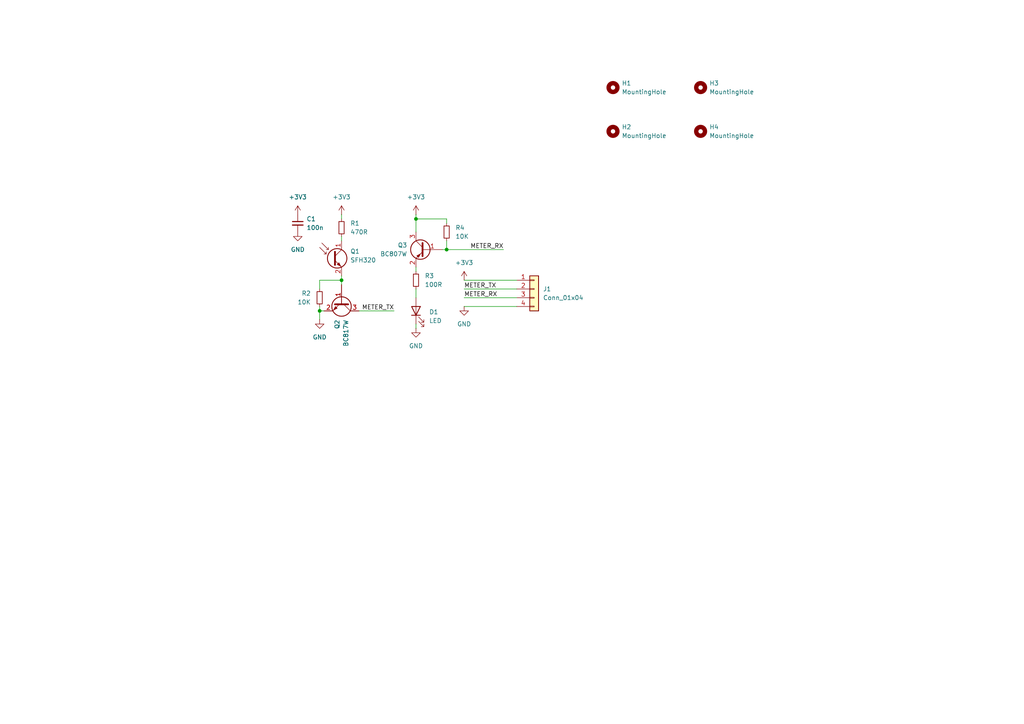
<source format=kicad_sch>
(kicad_sch (version 20250114) (generator "eeschema") (generator_version "9.0")
  (paper "A4")
  (lib_symbols
    (symbol "Connector_Generic:Conn_01x04" (pin_names (offset 1.016) (hide yes))
      (property "Reference" "J" (at 0 5.08 0))
      (property "Value" "Conn_01x04" (at 0 -7.62 0))
      (symbol "Conn_01x04_1_1"
        (rectangle (start -1.27 3.81) (end 1.27 -6.35) (stroke (width 0.254)) (fill (type background)))
        (rectangle (start -1.27 2.667) (end 0 2.413) (stroke (width 0.1524)))
        (rectangle (start -1.27 0.127) (end 0 -0.127) (stroke (width 0.1524)))
        (rectangle (start -1.27 -2.413) (end 0 -2.667) (stroke (width 0.1524)))
        (rectangle (start -1.27 -4.953) (end 0 -5.207) (stroke (width 0.1524)))
        (pin passive line (at -5.08 2.54 0) (length 3.81) (name "Pin_1") (number "1"))
        (pin passive line (at -5.08 0 0) (length 3.81) (name "Pin_2") (number "2"))
        (pin passive line (at -5.08 -2.54 0) (length 3.81) (name "Pin_3") (number "3"))
        (pin passive line (at -5.08 -5.08 0) (length 3.81) (name "Pin_4") (number "4"))
      )
    )
    (symbol "Device:C_Small" (pin_numbers (hide yes)) (pin_names (offset 0.254) (hide yes))
      (property "Reference" "C" (at 0.254 1.778 0))
      (property "Value" "C_Small" (at 0.254 -2.032 0))
      (symbol "C_Small_0_1"
        (polyline (pts (xy -1.524 0.508) (xy 1.524 0.508)) (stroke (width 0.3048)))
        (polyline (pts (xy -1.524 -0.508) (xy 1.524 -0.508)) (stroke (width 0.3302)))
      )
      (symbol "C_Small_1_1"
        (pin passive line (at 0 2.54 270) (length 2.032) (name "~") (number "1"))
        (pin passive line (at 0 -2.54 90) (length 2.032) (name "~") (number "2"))
      )
    )
    (symbol "Device:LED" (pin_numbers (hide yes)) (pin_names (offset 1.016) (hide yes))
      (property "Reference" "D" (at 0 2.54 0))
      (property "Value" "LED" (at 0 -2.54 0))
      (symbol "LED_0_1"
        (polyline (pts (xy -3.048 -0.762) (xy -4.572 -2.286) (xy -3.81 -2.286) (xy -4.572 -2.286) (xy -4.572 -1.524)))
        (polyline (pts (xy -1.778 -0.762) (xy -3.302 -2.286) (xy -2.54 -2.286) (xy -3.302 -2.286) (xy -3.302 -1.524)))
        (polyline (pts (xy -1.27 0) (xy 1.27 0)))
        (polyline (pts (xy -1.27 -1.27) (xy -1.27 1.27)) (stroke (width 0.254)))
        (polyline (pts (xy 1.27 -1.27) (xy 1.27 1.27) (xy -1.27 0) (xy 1.27 -1.27)) (stroke (width 0.254)))
      )
      (symbol "LED_1_1"
        (pin passive line (at -3.81 0 0) (length 2.54) (name "K") (number "1"))
        (pin passive line (at 3.81 0 180) (length 2.54) (name "A") (number "2"))
      )
    )
    (symbol "Device:R_Small" (pin_numbers (hide yes)) (pin_names (offset 0.254) (hide yes))
      (property "Reference" "R" (at 0.762 0.508 0))
      (property "Value" "R_Small" (at 0.762 -1.016 0))
      (symbol "R_Small_0_1"
        (rectangle (start -0.762 1.778) (end 0.762 -1.778) (stroke (width 0.2032)))
      )
      (symbol "R_Small_1_1"
        (pin passive line (at 0 2.54 270) (length 0.762) (name "~") (number "1"))
        (pin passive line (at 0 -2.54 90) (length 0.762) (name "~") (number "2"))
      )
    )
    (symbol "Mechanical:MountingHole" (pin_names (offset 1.016)) (exclude_from_sim yes) (in_bom no)
      (property "Reference" "H" (at 0 5.08 0))
      (property "Value" "MountingHole" (at 0 3.175 0))
      (symbol "MountingHole_0_1"
        (circle (center 0 0) (radius 1.27) (stroke (width 1.27)))
      )
    )
    (symbol "Sensor_Optical:SFH320" (pin_names (offset 0) (hide yes))
      (property "Reference" "Q" (at 5.08 1.27 0))
      (property "Value" "SFH320" (at 5.08 -1.27 0))
      (symbol "SFH320_0_1"
        (polyline (pts (xy -3.81 3.175) (xy -1.905 1.27) (xy -1.905 1.905)))
        (polyline (pts (xy -3.175 4.445) (xy -1.27 2.54) (xy -1.27 3.175)))
        (polyline (pts (xy -1.905 1.27) (xy -2.54 1.27)))
        (polyline (pts (xy -1.27 2.54) (xy -1.905 2.54)))
        (polyline (pts (xy 0.635 1.905) (xy 0.635 -1.905) (xy 0.635 -1.905)) (stroke (width 0.508)))
        (polyline (pts (xy 0.635 0.635) (xy 2.54 2.54)))
        (polyline (pts (xy 0.635 -0.635) (xy 2.54 -2.54) (xy 2.54 -2.54)))
        (circle (center 1.27 0) (radius 2.8194) (stroke (width 0.254)))
        (polyline (pts (xy 1.27 -1.778) (xy 1.778 -1.27) (xy 2.286 -2.286) (xy 1.27 -1.778) (xy 1.27 -1.778)) (fill (type outline)))
      )
      (symbol "SFH320_1_1"
        (pin passive line (at 2.54 5.08 270) (length 2.54) (name "C") (number "1"))
        (pin passive line (at 2.54 -5.08 90) (length 2.54) (name "E") (number "2"))
      )
    )
    (symbol "Transistor_BJT:BC807W" (pin_names (offset 0) (hide yes))
      (property "Reference" "Q" (at 5.08 1.905 0))
      (property "Value" "BC807W" (at 5.08 0 0))
      (symbol "BC807W_0_1"
        (polyline (pts (xy 0.635 1.905) (xy 0.635 -1.905) (xy 0.635 -1.905)) (stroke (width 0.508)))
        (polyline (pts (xy 0.635 0.635) (xy 2.54 2.54)))
        (polyline (pts (xy 0.635 -0.635) (xy 2.54 -2.54) (xy 2.54 -2.54)))
        (circle (center 1.27 0) (radius 2.8194) (stroke (width 0.254)))
        (polyline (pts (xy 2.286 -1.778) (xy 1.778 -2.286) (xy 1.27 -1.27) (xy 2.286 -1.778) (xy 2.286 -1.778)) (fill (type outline)))
      )
      (symbol "BC807W_1_1"
        (pin input line (at -5.08 0 0) (length 5.715) (name "B") (number "1"))
        (pin passive line (at 2.54 5.08 270) (length 2.54) (name "C") (number "3"))
        (pin passive line (at 2.54 -5.08 90) (length 2.54) (name "E") (number "2"))
      )
    )
    (symbol "Transistor_BJT:BC817W" (pin_names (offset 0) (hide yes))
      (property "Reference" "Q" (at 5.08 1.905 0))
      (property "Value" "BC817W" (at 5.08 0 0))
      (symbol "BC817W_0_1"
        (polyline (pts (xy 0.635 1.905) (xy 0.635 -1.905) (xy 0.635 -1.905)) (stroke (width 0.508)))
        (polyline (pts (xy 0.635 0.635) (xy 2.54 2.54)))
        (polyline (pts (xy 0.635 -0.635) (xy 2.54 -2.54) (xy 2.54 -2.54)))
        (circle (center 1.27 0) (radius 2.8194) (stroke (width 0.254)))
        (polyline (pts (xy 1.27 -1.778) (xy 1.778 -1.27) (xy 2.286 -2.286) (xy 1.27 -1.778) (xy 1.27 -1.778)) (fill (type outline)))
      )
      (symbol "BC817W_1_1"
        (pin input line (at -5.08 0 0) (length 5.715) (name "B") (number "1"))
        (pin passive line (at 2.54 5.08 270) (length 2.54) (name "C") (number "3"))
        (pin passive line (at 2.54 -5.08 90) (length 2.54) (name "E") (number "2"))
      )
    )
    (symbol "power:+3V3" (power) (pin_numbers (hide yes)) (pin_names (offset 0) (hide yes))
      (property "Value" "+3V3" (at 0 3.556 0))
      (symbol "+3V3_0_1"
        (polyline (pts (xy -0.762 1.27) (xy 0 2.54)))
        (polyline (pts (xy 0 2.54) (xy 0.762 1.27)))
        (polyline (pts (xy 0 0) (xy 0 2.54)))
      )
      (symbol "+3V3_1_1"
        (pin power_in line (at 0 0 90) (length 0) (name "~") (number "1"))
      )
    )
    (symbol "power:GND" (power) (pin_numbers (hide yes)) (pin_names (offset 0) (hide yes))
      (property "Value" "GND" (at 0 -3.81 0))
      (symbol "GND_0_1"
        (polyline (pts (xy 0 0) (xy 0 -1.27) (xy 1.27 -1.27) (xy 0 -2.54) (xy -1.27 -1.27) (xy 0 -1.27)))
      )
      (symbol "GND_1_1"
        (pin power_in line (at 0 0 270) (length 0) (name "~") (number "1"))
      )
    )
  )
  (junction (at 92.71 90.17))
  (junction (at 99.06 81.28))
  (junction (at 120.65 63.5))
  (junction (at 129.54 72.39))
  (wire (pts (xy 99.06 81.28) (xy 99.06 82.55)))
  (wire (pts (xy 120.65 63.5) (xy 129.54 63.5)))
  (wire (pts (xy 92.71 81.28) (xy 92.71 83.82)))
  (wire (pts (xy 120.65 83.82) (xy 120.65 86.36)))
  (wire (pts (xy 134.62 81.28) (xy 149.86 81.28)))
  (wire (pts (xy 99.06 81.28) (xy 92.71 81.28)))
  (wire (pts (xy 92.71 90.17) (xy 93.98 90.17)))
  (wire (pts (xy 129.54 69.85) (xy 129.54 72.39)))
  (wire (pts (xy 120.65 62.23) (xy 120.65 63.5)))
  (wire (pts (xy 134.62 83.82) (xy 149.86 83.82)))
  (wire (pts (xy 114.3 90.17) (xy 104.14 90.17)))
  (wire (pts (xy 92.71 90.17) (xy 92.71 92.71)))
  (wire (pts (xy 99.06 62.23) (xy 99.06 63.5)))
  (wire (pts (xy 134.62 86.36) (xy 149.86 86.36)))
  (wire (pts (xy 134.62 88.9) (xy 149.86 88.9)))
  (wire (pts (xy 92.71 88.9) (xy 92.71 90.17)))
  (wire (pts (xy 129.54 64.77) (xy 129.54 63.5)))
  (wire (pts (xy 129.54 72.39) (xy 146.05 72.39)))
  (wire (pts (xy 99.06 68.58) (xy 99.06 69.85)))
  (wire (pts (xy 120.65 77.47) (xy 120.65 78.74)))
  (wire (pts (xy 120.65 93.98) (xy 120.65 95.25)))
  (wire (pts (xy 120.65 63.5) (xy 120.65 67.31)))
  (wire (pts (xy 99.06 80.01) (xy 99.06 81.28)))
  (wire (pts (xy 128.27 72.39) (xy 129.54 72.39)))
  (label "METER_TX" (at 134.62 83.82 0))
  (label "METER_RX" (at 146.05 72.39 180))
  (label "METER_TX" (at 114.3 90.17 180))
  (label "METER_RX" (at 134.62 86.36 0))
  (symbol (lib_id "power:GND") (at 120.65 95.25 0) (unit 1)
    (property "Reference" "#PWR05" (effects (hide yes)))
    (property "Value" "GND" (at 120.65 100.33 0))
    (property "Description" "Power symbol creates a global label with name \"GND\" , ground" (effects (hide yes)))
  )
  (symbol (lib_id "Sensor_Optical:SFH320") (at 96.52 74.93 0) (unit 1)
    (property "Reference" "Q1" (at 101.6 72.9106 0) (effects (justify left)))
    (property "Value" "SFH320" (at 101.6 75.4506 0) (effects (justify left)))
    (property "Footprint" "LED_SMD:LED_PLCC-2_3.4x3.0mm_KA" (effects (hide yes)))
    (property "Datasheet" "https://look.ams-osram.com/m/5397c5d8583a26cf/original/SFH-320.pdf" (effects (hide yes)))
    (property "Description" "Silicon NPN Phototransistor, PLCC-2" (effects (hide yes)))
  )
  (symbol (lib_id "Transistor_BJT:BC817W") (at 99.06 87.63 270) (unit 1)
    (property "Reference" "Q2" (at 97.7899 92.71 0) (effects (justify left)))
    (property "Value" "BC817W" (at 100.3299 92.71 0) (effects (justify left)))
    (property "Footprint" "Package_TO_SOT_SMD:SOT-323_SC-70" (effects (hide yes)))
    (property "Datasheet" "https://www.onsemi.com/pub/Collateral/BC818-D.pdf" (effects (hide yes)))
    (property "Description" "0.8A Ic, 45V Vce, NPN Transistor, SOT-323" (effects (hide yes)))
  )
  (symbol (lib_id "Device:LED") (at 120.65 90.17 90) (unit 1)
    (property "Reference" "D1" (at 124.46 90.4874 90) (effects (justify right)))
    (property "Value" "LED" (at 124.46 93.0274 90) (effects (justify right)))
    (property "Footprint" "Diode_SMD:D_0603_1608Metric" (effects (hide yes)))
    (property "Description" "Light emitting diode" (effects (hide yes)))
  )
  (symbol (lib_id "Device:R_Small") (at 129.54 67.31 0) (unit 1)
    (property "Reference" "R4" (at 132.08 66.0399 0) (effects (justify left)))
    (property "Value" "10K" (at 132.08 68.5799 0) (effects (justify left)))
    (property "Footprint" "Resistor_SMD:R_0603_1608Metric" (effects (hide yes)))
    (property "Description" "Resistor, small symbol" (effects (hide yes)))
  )
  (symbol (lib_id "power:+3V3") (at 134.62 81.28 0) (unit 1)
    (property "Reference" "#PWR02" (effects (hide yes)))
    (property "Value" "+3V3" (at 134.62 76.2 0))
    (property "Description" "Power symbol creates a global label with name \"+3V3\"" (effects (hide yes)))
  )
  (symbol (lib_id "power:+3V3") (at 120.65 62.23 0) (unit 1)
    (property "Reference" "#PWR04" (effects (hide yes)))
    (property "Value" "+3V3" (at 120.65 57.15 0))
    (property "Description" "Power symbol creates a global label with name \"+3V3\"" (effects (hide yes)))
  )
  (symbol (lib_id "Mechanical:MountingHole") (at 177.8 38.1 0) (unit 1) (exclude_from_sim yes) (in_bom no)
    (property "Reference" "H2" (at 180.34 36.8299 0) (effects (justify left)))
    (property "Value" "MountingHole" (at 180.34 39.3699 0) (effects (justify left)))
    (property "Footprint" "MountingHole:MountingHole_3.2mm_M3" (effects (hide yes)))
    (property "Description" "Mounting Hole without connection" (effects (hide yes)))
  )
  (symbol (lib_id "Mechanical:MountingHole") (at 203.2 25.4 0) (unit 1) (exclude_from_sim yes) (in_bom no)
    (property "Reference" "H3" (at 205.74 24.1299 0) (effects (justify left)))
    (property "Value" "MountingHole" (at 205.74 26.6699 0) (effects (justify left)))
    (property "Footprint" "MountingHole:MountingHole_3.2mm_M3" (effects (hide yes)))
    (property "Description" "Mounting Hole without connection" (effects (hide yes)))
  )
  (symbol (lib_id "Transistor_BJT:BC807W") (at 123.19 72.39 0) (mirror y) (unit 1)
    (property "Reference" "Q3" (at 118.11 71.1199 0) (effects (justify left)))
    (property "Value" "BC807W" (at 118.11 73.6599 0) (effects (justify left)))
    (property "Footprint" "Package_TO_SOT_SMD:SOT-323_SC-70" (effects (hide yes)))
    (property "Datasheet" "https://www.onsemi.com/pub/Collateral/BC808-D.pdf" (effects (hide yes)))
    (property "Description" "0.8A Ic, 45V Vce, PNP Transistor, SOT-323" (effects (hide yes)))
  )
  (symbol (lib_id "Connector_Generic:Conn_01x04") (at 154.94 83.82 0) (unit 1)
    (property "Reference" "J1" (at 157.48 83.8199 0) (effects (justify left)))
    (property "Value" "Conn_01x04" (at 157.48 86.3599 0) (effects (justify left)))
    (property "Footprint" "Connector_PinHeader_2.54mm:PinHeader_1x04_P2.54mm_Horizontal" (effects (hide yes)))
    (property "Description" "Generic connector, single row, 01x04, script generated (kicad-library-utils/schlib/autogen/connector/)" (effects (hide yes)))
  )
  (symbol (lib_id "power:+3V3") (at 99.06 62.23 0) (unit 1)
    (property "Reference" "#PWR01" (effects (hide yes)))
    (property "Value" "+3V3" (at 99.06 57.15 0))
    (property "Description" "Power symbol creates a global label with name \"+3V3\"" (effects (hide yes)))
  )
  (symbol (lib_id "power:+3V3") (at 86.36 62.23 0) (unit 1)
    (property "Reference" "#PWR07" (effects (hide yes)))
    (property "Value" "+3V3" (at 86.36 57.15 0))
    (property "Description" "Power symbol creates a global label with name \"+3V3\"" (effects (hide yes)))
  )
  (symbol (lib_id "Device:C_Small") (at 86.36 64.77 0) (unit 1)
    (property "Reference" "C1" (at 88.9 63.5062 0) (effects (justify left)))
    (property "Value" "100n" (at 88.9 66.0462 0) (effects (justify left)))
    (property "Footprint" "Capacitor_SMD:C_0603_1608Metric" (effects (hide yes)))
    (property "Description" "Unpolarized capacitor, small symbol" (effects (hide yes)))
  )
  (symbol (lib_id "power:GND") (at 92.71 92.71 0) (unit 1)
    (property "Reference" "#PWR08" (effects (hide yes)))
    (property "Value" "GND" (at 92.71 97.79 0))
    (property "Description" "Power symbol creates a global label with name \"GND\" , ground" (effects (hide yes)))
  )
  (symbol (lib_id "Device:R_Small") (at 99.06 66.04 0) (unit 1)
    (property "Reference" "R1" (at 101.6 64.7699 0) (effects (justify left)))
    (property "Value" "470R" (at 101.6 67.3099 0) (effects (justify left)))
    (property "Footprint" "Resistor_SMD:R_0603_1608Metric" (effects (hide yes)))
    (property "Description" "Resistor, small symbol" (effects (hide yes)))
  )
  (symbol (lib_id "Device:R_Small") (at 92.71 86.36 0) (unit 1)
    (property "Reference" "R2" (at 90.17 85.0899 0) (effects (justify right)))
    (property "Value" "10K" (at 90.17 87.6299 0) (effects (justify right)))
    (property "Footprint" "Resistor_SMD:R_0603_1608Metric" (effects (hide yes)))
    (property "Description" "Resistor, small symbol" (effects (hide yes)))
  )
  (symbol (lib_id "Mechanical:MountingHole") (at 203.2 38.1 0) (unit 1) (exclude_from_sim yes) (in_bom no)
    (property "Reference" "H4" (at 205.74 36.8299 0) (effects (justify left)))
    (property "Value" "MountingHole" (at 205.74 39.3699 0) (effects (justify left)))
    (property "Footprint" "MountingHole:MountingHole_3.2mm_M3" (effects (hide yes)))
    (property "Description" "Mounting Hole without connection" (effects (hide yes)))
  )
  (symbol (lib_id "Device:R_Small") (at 120.65 81.28 0) (unit 1)
    (property "Reference" "R3" (at 123.19 80.0099 0) (effects (justify left)))
    (property "Value" "100R" (at 123.19 82.5499 0) (effects (justify left)))
    (property "Footprint" "Resistor_SMD:R_0603_1608Metric" (effects (hide yes)))
    (property "Description" "Resistor, small symbol" (effects (hide yes)))
  )
  (symbol (lib_id "power:GND") (at 134.62 88.9 0) (unit 1)
    (property "Reference" "#PWR03" (effects (hide yes)))
    (property "Value" "GND" (at 134.62 93.98 0))
    (property "Description" "Power symbol creates a global label with name \"GND\" , ground" (effects (hide yes)))
  )
  (symbol (lib_id "Mechanical:MountingHole") (at 177.8 25.4 0) (unit 1) (exclude_from_sim yes) (in_bom no)
    (property "Reference" "H1" (at 180.34 24.1299 0) (effects (justify left)))
    (property "Value" "MountingHole" (at 180.34 26.6699 0) (effects (justify left)))
    (property "Footprint" "MountingHole:MountingHole_3.2mm_M3" (effects (hide yes)))
    (property "Description" "Mounting Hole without connection" (effects (hide yes)))
  )
  (symbol (lib_id "power:GND") (at 86.36 67.31 0) (unit 1)
    (property "Reference" "#PWR06" (effects (hide yes)))
    (property "Value" "GND" (at 86.36 72.39 0))
    (property "Description" "Power symbol creates a global label with name \"GND\" , ground" (effects (hide yes)))
  )
)
</source>
